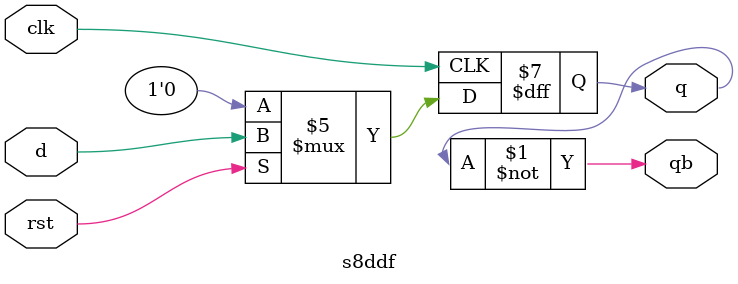
<source format=v>
module s8ddf
   (						//模块名及参数定义
    input clk,rst,d,	
    output reg q,
    output wire qb
   );
   assign qb = ~q;
   always @( posedge clk )   //只有clk上升沿时刻触发
	if(!rst)				  //复位信号判断，低有效
		q <= 1'b0;        //复位有效时清零
	else
		q <= d;           //触发时输出q值为输入d
  endmodule
</source>
